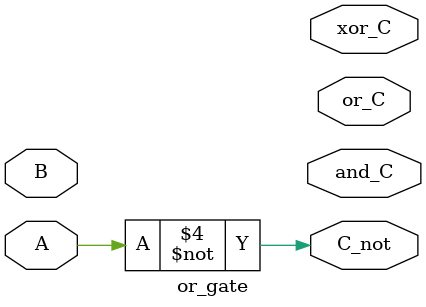
<source format=v>
module or_gate(input A, B, output or_C, and_C, xor_C, C_not);

    assign C_and = A & B;
    assign C_or = A | B;
    assign C_xor = A ^ B;
    assign C_not = ~A;

endmodule
</source>
